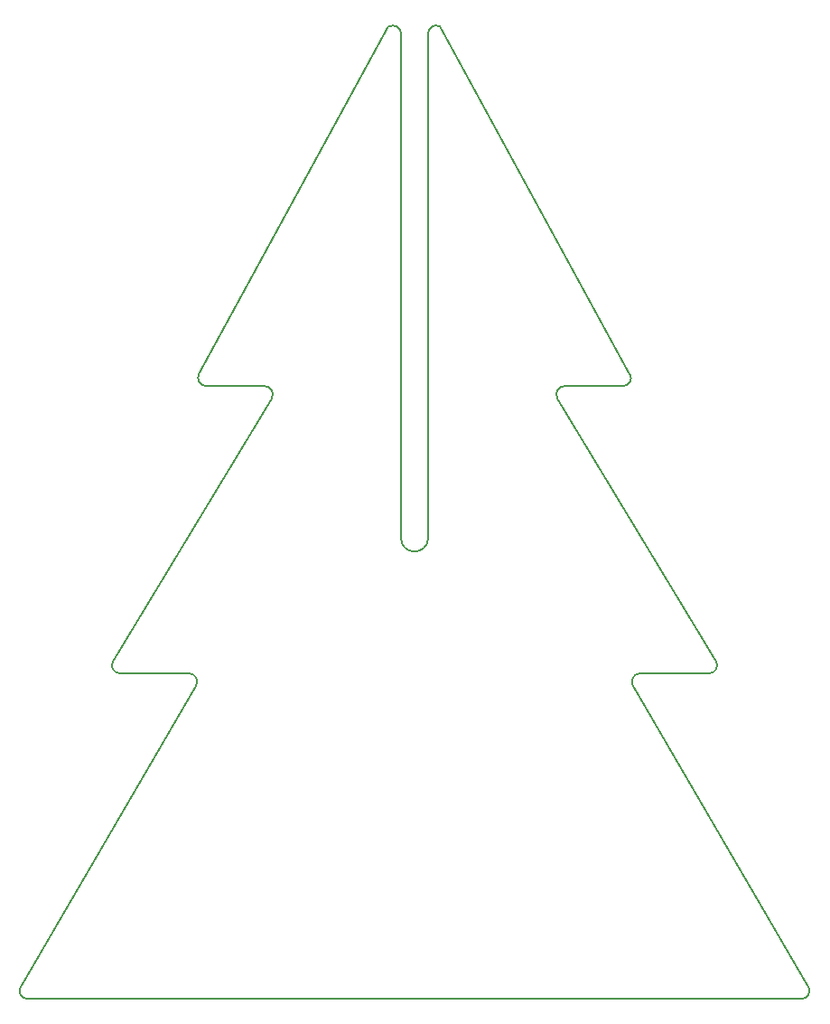
<source format=gbr>
G04 #@! TF.GenerationSoftware,KiCad,Pcbnew,(5.0.2)-1*
G04 #@! TF.CreationDate,2020-06-10T19:39:16-05:00*
G04 #@! TF.ProjectId,Base_Hardware,42617365-5f48-4617-9264-776172652e6b,rev?*
G04 #@! TF.SameCoordinates,Original*
G04 #@! TF.FileFunction,Profile,NP*
%FSLAX46Y46*%
G04 Gerber Fmt 4.6, Leading zero omitted, Abs format (unit mm)*
G04 Created by KiCad (PCBNEW (5.0.2)-1) date 6/10/2020 7:39:16 PM*
%MOMM*%
%LPD*%
G01*
G04 APERTURE LIST*
%ADD10C,0.150000*%
G04 APERTURE END LIST*
D10*
X144653000Y-35915600D02*
G75*
G03X143510000Y-36575511I-381000J-659911D01*
G01*
X139827000Y-35916089D02*
G75*
G02X140970000Y-36576000I381000J-659911D01*
G01*
X143510000Y-83820000D02*
X143510000Y-36575511D01*
X140208000Y-127000000D02*
X178511200Y-127000000D01*
X140208000Y-127000000D02*
X105968800Y-127000000D01*
X140970000Y-83820000D02*
X140970000Y-36576000D01*
X143510000Y-83820000D02*
G75*
G02X140970000Y-83820000I-1270000J0D01*
G01*
X128854200Y-70739000D02*
X113969800Y-95377000D01*
X121767600Y-97663000D02*
X105308400Y-125857000D01*
X114630200Y-96520000D02*
X121107200Y-96520000D01*
X105308889Y-125857000D02*
G75*
G03X105968800Y-127000000I659911J-381000D01*
G01*
X121767478Y-97663211D02*
G75*
G03X121107567Y-96520211I-659911J381000D01*
G01*
X122047122Y-68453000D02*
G75*
G03X122707033Y-69596000I659911J-381000D01*
G01*
X128854078Y-70738633D02*
G75*
G03X128194167Y-69595633I-659911J381000D01*
G01*
X113970289Y-95377000D02*
G75*
G03X114630200Y-96520000I659911J-381000D01*
G01*
X139827000Y-35915600D02*
X122047000Y-68453000D01*
X122707400Y-69596000D02*
X128193800Y-69596000D01*
X144653000Y-35915600D02*
X162433000Y-68453000D01*
X162432878Y-68453000D02*
G75*
G02X161772967Y-69596000I-659911J-381000D01*
G01*
X155625922Y-70738633D02*
G75*
G02X156285833Y-69595633I659911J381000D01*
G01*
X170509711Y-95377000D02*
G75*
G02X169849800Y-96520000I-659911J-381000D01*
G01*
X162712522Y-97663211D02*
G75*
G02X163372433Y-96520211I659911J381000D01*
G01*
X179171111Y-125857000D02*
G75*
G02X178511200Y-127000000I-659911J-381000D01*
G01*
X162712400Y-97663000D02*
X179171600Y-125857000D01*
X169849800Y-96520000D02*
X163372800Y-96520000D01*
X155625800Y-70739000D02*
X170510200Y-95377000D01*
X161772600Y-69596000D02*
X156286200Y-69596000D01*
M02*

</source>
